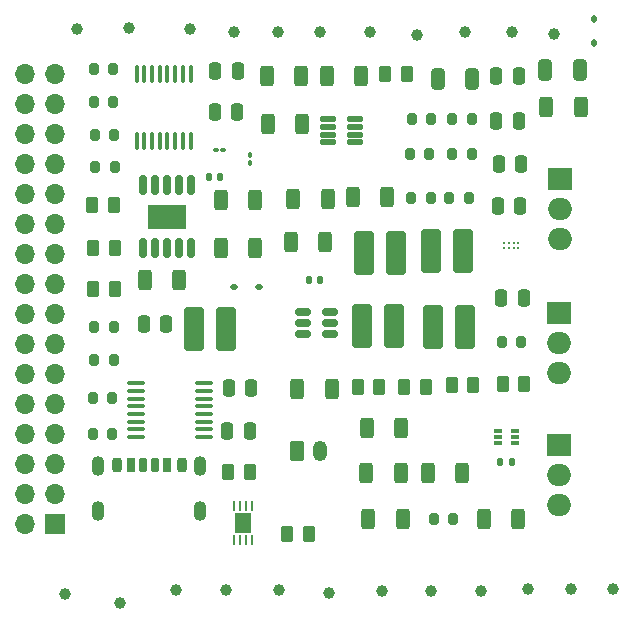
<source format=gbr>
%TF.GenerationSoftware,KiCad,Pcbnew,9.0.0*%
%TF.CreationDate,2025-03-28T14:53:48+02:00*%
%TF.ProjectId,MicroMousePower,4d696372-6f4d-46f7-9573-65506f776572,rev?*%
%TF.SameCoordinates,Original*%
%TF.FileFunction,Soldermask,Top*%
%TF.FilePolarity,Negative*%
%FSLAX46Y46*%
G04 Gerber Fmt 4.6, Leading zero omitted, Abs format (unit mm)*
G04 Created by KiCad (PCBNEW 9.0.0) date 2025-03-28 14:53:48*
%MOMM*%
%LPD*%
G01*
G04 APERTURE LIST*
G04 Aperture macros list*
%AMRoundRect*
0 Rectangle with rounded corners*
0 $1 Rounding radius*
0 $2 $3 $4 $5 $6 $7 $8 $9 X,Y pos of 4 corners*
0 Add a 4 corners polygon primitive as box body*
4,1,4,$2,$3,$4,$5,$6,$7,$8,$9,$2,$3,0*
0 Add four circle primitives for the rounded corners*
1,1,$1+$1,$2,$3*
1,1,$1+$1,$4,$5*
1,1,$1+$1,$6,$7*
1,1,$1+$1,$8,$9*
0 Add four rect primitives between the rounded corners*
20,1,$1+$1,$2,$3,$4,$5,0*
20,1,$1+$1,$4,$5,$6,$7,0*
20,1,$1+$1,$6,$7,$8,$9,0*
20,1,$1+$1,$8,$9,$2,$3,0*%
G04 Aperture macros list end*
%ADD10RoundRect,0.250000X-0.250000X-0.475000X0.250000X-0.475000X0.250000X0.475000X-0.250000X0.475000X0*%
%ADD11RoundRect,0.250000X-0.262500X-0.450000X0.262500X-0.450000X0.262500X0.450000X-0.262500X0.450000X0*%
%ADD12RoundRect,0.100000X-0.100000X0.637500X-0.100000X-0.637500X0.100000X-0.637500X0.100000X0.637500X0*%
%ADD13C,1.000000*%
%ADD14RoundRect,0.200000X-0.200000X-0.275000X0.200000X-0.275000X0.200000X0.275000X-0.200000X0.275000X0*%
%ADD15RoundRect,0.250000X-0.312500X-0.625000X0.312500X-0.625000X0.312500X0.625000X-0.312500X0.625000X0*%
%ADD16R,2.000000X1.905000*%
%ADD17O,2.000000X1.905000*%
%ADD18RoundRect,0.250000X-0.600000X-1.600000X0.600000X-1.600000X0.600000X1.600000X-0.600000X1.600000X0*%
%ADD19RoundRect,0.250000X0.250000X0.475000X-0.250000X0.475000X-0.250000X-0.475000X0.250000X-0.475000X0*%
%ADD20RoundRect,0.250000X0.312500X0.625000X-0.312500X0.625000X-0.312500X-0.625000X0.312500X-0.625000X0*%
%ADD21RoundRect,0.150000X-0.512500X-0.150000X0.512500X-0.150000X0.512500X0.150000X-0.512500X0.150000X0*%
%ADD22RoundRect,0.250000X-0.350000X-0.625000X0.350000X-0.625000X0.350000X0.625000X-0.350000X0.625000X0*%
%ADD23O,1.200000X1.750000*%
%ADD24C,0.300000*%
%ADD25RoundRect,0.112500X-0.112500X0.187500X-0.112500X-0.187500X0.112500X-0.187500X0.112500X0.187500X0*%
%ADD26RoundRect,0.062500X0.062500X-0.337500X0.062500X0.337500X-0.062500X0.337500X-0.062500X-0.337500X0*%
%ADD27R,1.400000X1.700000*%
%ADD28RoundRect,0.250000X-0.325000X-0.650000X0.325000X-0.650000X0.325000X0.650000X-0.325000X0.650000X0*%
%ADD29RoundRect,0.125000X-0.537500X-0.125000X0.537500X-0.125000X0.537500X0.125000X-0.537500X0.125000X0*%
%ADD30RoundRect,0.100000X-0.130000X-0.100000X0.130000X-0.100000X0.130000X0.100000X-0.130000X0.100000X0*%
%ADD31RoundRect,0.150000X0.150000X-0.687500X0.150000X0.687500X-0.150000X0.687500X-0.150000X-0.687500X0*%
%ADD32R,3.300000X2.100000*%
%ADD33RoundRect,0.140000X-0.140000X-0.170000X0.140000X-0.170000X0.140000X0.170000X-0.140000X0.170000X0*%
%ADD34RoundRect,0.112500X-0.187500X-0.112500X0.187500X-0.112500X0.187500X0.112500X-0.187500X0.112500X0*%
%ADD35RoundRect,0.250000X0.600000X1.600000X-0.600000X1.600000X-0.600000X-1.600000X0.600000X-1.600000X0*%
%ADD36RoundRect,0.100000X-0.100000X0.130000X-0.100000X-0.130000X0.100000X-0.130000X0.100000X0.130000X0*%
%ADD37RoundRect,0.087500X-0.250000X-0.087500X0.250000X-0.087500X0.250000X0.087500X-0.250000X0.087500X0*%
%ADD38RoundRect,0.175000X-0.175000X-0.425000X0.175000X-0.425000X0.175000X0.425000X-0.175000X0.425000X0*%
%ADD39RoundRect,0.190000X0.190000X0.410000X-0.190000X0.410000X-0.190000X-0.410000X0.190000X-0.410000X0*%
%ADD40RoundRect,0.200000X0.200000X0.400000X-0.200000X0.400000X-0.200000X-0.400000X0.200000X-0.400000X0*%
%ADD41RoundRect,0.175000X0.175000X0.425000X-0.175000X0.425000X-0.175000X-0.425000X0.175000X-0.425000X0*%
%ADD42RoundRect,0.190000X-0.190000X-0.410000X0.190000X-0.410000X0.190000X0.410000X-0.190000X0.410000X0*%
%ADD43RoundRect,0.200000X-0.200000X-0.400000X0.200000X-0.400000X0.200000X0.400000X-0.200000X0.400000X0*%
%ADD44O,1.100000X1.700000*%
%ADD45RoundRect,0.100000X-0.637500X-0.100000X0.637500X-0.100000X0.637500X0.100000X-0.637500X0.100000X0*%
%ADD46R,1.700000X1.700000*%
%ADD47O,1.700000X1.700000*%
G04 APERTURE END LIST*
D10*
%TO.C,C6*%
X166050000Y-74000000D03*
X167950000Y-74000000D03*
%TD*%
D11*
%TO.C,R15*%
X190425000Y-97000000D03*
X192250000Y-97000000D03*
%TD*%
D12*
%TO.C,U5*%
X164000000Y-70775000D03*
X163350000Y-70775000D03*
X162700000Y-70775000D03*
X162050000Y-70775000D03*
X161400000Y-70775000D03*
X160750000Y-70775000D03*
X160100000Y-70775000D03*
X159450000Y-70775000D03*
X159450000Y-76500000D03*
X160100000Y-76500000D03*
X160750000Y-76500000D03*
X161400000Y-76500000D03*
X162050000Y-76500000D03*
X162700000Y-76500000D03*
X163350000Y-76500000D03*
X164000000Y-76500000D03*
%TD*%
D13*
%TO.C,TP10*%
X153400000Y-114800000D03*
%TD*%
D14*
%TO.C,R40*%
X155856000Y-92237000D03*
X157506000Y-92237000D03*
%TD*%
D13*
%TO.C,TP2*%
X163950000Y-66950000D03*
%TD*%
D15*
%TO.C,R3*%
X172500000Y-85000000D03*
X175425000Y-85000000D03*
%TD*%
D13*
%TO.C,TP4*%
X192600000Y-114400000D03*
%TD*%
D11*
%TO.C,R16*%
X186107000Y-97127000D03*
X187932000Y-97127000D03*
%TD*%
D10*
%TO.C,C7*%
X166100000Y-70500000D03*
X168000000Y-70500000D03*
%TD*%
D15*
%TO.C,R27*%
X170537500Y-75000000D03*
X173462500Y-75000000D03*
%TD*%
D10*
%TO.C,C1*%
X190100000Y-78400000D03*
X192000000Y-78400000D03*
%TD*%
D16*
%TO.C,Q3*%
X195200000Y-91000000D03*
D17*
X195200000Y-93540000D03*
X195200000Y-96080000D03*
%TD*%
D14*
%TO.C,R12*%
X155856000Y-95031000D03*
X157506000Y-95031000D03*
%TD*%
%TO.C,R39*%
X155729000Y-98206000D03*
X157379000Y-98206000D03*
%TD*%
%TO.C,R21*%
X186150000Y-74600000D03*
X187800000Y-74600000D03*
%TD*%
D10*
%TO.C,C10*%
X189900000Y-71000000D03*
X191800000Y-71000000D03*
%TD*%
D15*
%TO.C,R36*%
X172675000Y-81400000D03*
X175600000Y-81400000D03*
%TD*%
D13*
%TO.C,TP17*%
X175750000Y-114750000D03*
%TD*%
%TO.C,TP19*%
X194800000Y-67400000D03*
%TD*%
D18*
%TO.C,L5*%
X184393000Y-85814000D03*
X187093000Y-85814000D03*
%TD*%
D19*
%TO.C,C13*%
X161950000Y-92000000D03*
X160050000Y-92000000D03*
%TD*%
D14*
%TO.C,R1*%
X182750000Y-74600000D03*
X184400000Y-74600000D03*
%TD*%
D20*
%TO.C,R37*%
X175962500Y-97500000D03*
X173037500Y-97500000D03*
%TD*%
D21*
%TO.C,U8*%
X173525000Y-90900000D03*
X173525000Y-91850000D03*
X173525000Y-92800000D03*
X175800000Y-92800000D03*
X175800000Y-91850000D03*
X175800000Y-90900000D03*
%TD*%
D15*
%TO.C,R9*%
X166575000Y-81424000D03*
X169500000Y-81424000D03*
%TD*%
D22*
%TO.C,J3*%
X173000000Y-102750000D03*
D23*
X175000000Y-102750000D03*
%TD*%
D14*
%TO.C,R33*%
X182675000Y-81250000D03*
X184325000Y-81250000D03*
%TD*%
D24*
%TO.C,U7*%
X190550000Y-85500000D03*
X190550000Y-85100000D03*
X190950000Y-85500000D03*
X190950000Y-85100000D03*
X191350000Y-85500000D03*
X191350000Y-85100000D03*
X191750000Y-85500000D03*
X191750000Y-85100000D03*
%TD*%
D15*
%TO.C,R20*%
X177737500Y-81200000D03*
X180662500Y-81200000D03*
%TD*%
D13*
%TO.C,TP7*%
X174950000Y-67200000D03*
%TD*%
D11*
%TO.C,R4*%
X180487500Y-70800000D03*
X182312500Y-70800000D03*
%TD*%
%TO.C,R34*%
X182093000Y-97250000D03*
X183918000Y-97250000D03*
%TD*%
D15*
%TO.C,R29*%
X175537500Y-71000000D03*
X178462500Y-71000000D03*
%TD*%
D13*
%TO.C,TP22*%
X162750000Y-114500000D03*
%TD*%
%TO.C,TP12*%
X180200000Y-114600000D03*
%TD*%
D10*
%TO.C,C4*%
X167100000Y-101000000D03*
X169000000Y-101000000D03*
%TD*%
D13*
%TO.C,TP1*%
X171450000Y-67200000D03*
%TD*%
%TO.C,TP9*%
X158000000Y-115600000D03*
%TD*%
%TO.C,TP13*%
X184400000Y-114600000D03*
%TD*%
%TO.C,TP11*%
X196200000Y-114400000D03*
%TD*%
D25*
%TO.C,D1*%
X198200000Y-66100000D03*
X198200000Y-68200000D03*
%TD*%
D16*
%TO.C,Q1*%
X195200000Y-102200000D03*
D17*
X195200000Y-104740000D03*
X195200000Y-107280000D03*
%TD*%
D15*
%TO.C,R19*%
X178937500Y-100800000D03*
X181862500Y-100800000D03*
%TD*%
D18*
%TO.C,L4*%
X178551000Y-92164000D03*
X181251000Y-92164000D03*
%TD*%
D11*
%TO.C,R6*%
X167175000Y-104500000D03*
X169000000Y-104500000D03*
%TD*%
D20*
%TO.C,R2*%
X197062500Y-73600000D03*
X194137500Y-73600000D03*
%TD*%
D26*
%TO.C,U2*%
X167700000Y-110275000D03*
X168200000Y-110275000D03*
X168700000Y-110275000D03*
X169200000Y-110275000D03*
X169200000Y-107375000D03*
X168700000Y-107375000D03*
X168200000Y-107375000D03*
X167700000Y-107375000D03*
D27*
X168450000Y-108825000D03*
%TD*%
D28*
%TO.C,C8*%
X184925000Y-71200000D03*
X187875000Y-71200000D03*
%TD*%
D15*
%TO.C,R18*%
X178875000Y-104600000D03*
X181800000Y-104600000D03*
%TD*%
D11*
%TO.C,R8*%
X155782000Y-85522000D03*
X157607000Y-85522000D03*
%TD*%
D14*
%TO.C,R14*%
X190350000Y-93500000D03*
X192000000Y-93500000D03*
%TD*%
D13*
%TO.C,TP6*%
X183200000Y-67450000D03*
%TD*%
D20*
%TO.C,R38*%
X187000000Y-104600000D03*
X184075000Y-104600000D03*
%TD*%
D29*
%TO.C,U1*%
X175662500Y-74625000D03*
X175662500Y-75275000D03*
X175662500Y-75925000D03*
X175662500Y-76575000D03*
X177937500Y-76575000D03*
X177937500Y-75925000D03*
X177937500Y-75275000D03*
X177937500Y-74625000D03*
%TD*%
D30*
%TO.C,R17*%
X166135000Y-77200000D03*
X166775000Y-77200000D03*
%TD*%
D14*
%TO.C,R43*%
X155811000Y-70404000D03*
X157461000Y-70404000D03*
%TD*%
D11*
%TO.C,R11*%
X155675000Y-81868000D03*
X157500000Y-81868000D03*
%TD*%
D14*
%TO.C,R30*%
X182575000Y-77600000D03*
X184225000Y-77600000D03*
%TD*%
D15*
%TO.C,R7*%
X166575000Y-85500000D03*
X169500000Y-85500000D03*
%TD*%
D31*
%TO.C,U3*%
X160000000Y-85500000D03*
X161000000Y-85500000D03*
X162000000Y-85500000D03*
X163000000Y-85500000D03*
X164000000Y-85500000D03*
X164000000Y-80225000D03*
X163000000Y-80225000D03*
X162000000Y-80225000D03*
X161000000Y-80225000D03*
X160000000Y-80225000D03*
D32*
X162000000Y-82862500D03*
%TD*%
D10*
%TO.C,C11*%
X189900000Y-74800000D03*
X191800000Y-74800000D03*
%TD*%
D13*
%TO.C,TP16*%
X187200000Y-67200000D03*
%TD*%
D15*
%TO.C,R28*%
X170457500Y-71000000D03*
X173382500Y-71000000D03*
%TD*%
D11*
%TO.C,R35*%
X178175000Y-97250000D03*
X180000000Y-97250000D03*
%TD*%
D10*
%TO.C,C5*%
X167250000Y-97400000D03*
X169150000Y-97400000D03*
%TD*%
D11*
%TO.C,R5*%
X172175000Y-109750000D03*
X174000000Y-109750000D03*
%TD*%
D14*
%TO.C,R42*%
X155874000Y-75992000D03*
X157524000Y-75992000D03*
%TD*%
D11*
%TO.C,R10*%
X155782000Y-89000000D03*
X157607000Y-89000000D03*
%TD*%
D13*
%TO.C,TP18*%
X167000000Y-114500000D03*
%TD*%
D33*
%TO.C,C3*%
X165540000Y-79500000D03*
X166500000Y-79500000D03*
%TD*%
D18*
%TO.C,L3*%
X178725000Y-85941000D03*
X181425000Y-85941000D03*
%TD*%
D33*
%TO.C,C14*%
X174022000Y-88228000D03*
X174982000Y-88228000D03*
%TD*%
D34*
%TO.C,D2*%
X167700000Y-88800000D03*
X169800000Y-88800000D03*
%TD*%
D16*
%TO.C,Q2*%
X195255000Y-79660000D03*
D17*
X195255000Y-82200000D03*
X195255000Y-84740000D03*
%TD*%
D13*
%TO.C,TP23*%
X158805000Y-66921000D03*
%TD*%
D35*
%TO.C,L1*%
X167000000Y-92400000D03*
X164300000Y-92400000D03*
%TD*%
D13*
%TO.C,TP3*%
X167700000Y-67200000D03*
%TD*%
D36*
%TO.C,R23*%
X169000000Y-77680000D03*
X169000000Y-78320000D03*
%TD*%
D13*
%TO.C,TP8*%
X179200000Y-67200000D03*
%TD*%
D37*
%TO.C,U6*%
X190075000Y-101000000D03*
X190075000Y-101500000D03*
X190075000Y-102000000D03*
X191500000Y-102000000D03*
X191500000Y-101500000D03*
X191500000Y-101000000D03*
%TD*%
D10*
%TO.C,C9*%
X190300000Y-89750000D03*
X192200000Y-89750000D03*
%TD*%
D15*
%TO.C,R24*%
X179050000Y-108500000D03*
X181975000Y-108500000D03*
%TD*%
D38*
%TO.C,J1*%
X160000000Y-103920000D03*
D39*
X162020000Y-103920000D03*
D40*
X163250000Y-103920000D03*
D41*
X161000000Y-103920000D03*
D42*
X158980000Y-103920000D03*
D43*
X157750000Y-103920000D03*
D44*
X156180000Y-104000000D03*
X156180000Y-107800000D03*
X164820000Y-104000000D03*
X164820000Y-107800000D03*
%TD*%
D14*
%TO.C,R31*%
X186175000Y-77600000D03*
X187825000Y-77600000D03*
%TD*%
%TO.C,R32*%
X185925000Y-81250000D03*
X187575000Y-81250000D03*
%TD*%
D10*
%TO.C,C12*%
X190038000Y-82000000D03*
X191938000Y-82000000D03*
%TD*%
D13*
%TO.C,TP21*%
X171500000Y-114500000D03*
%TD*%
D33*
%TO.C,C2*%
X190240000Y-103600000D03*
X191200000Y-103600000D03*
%TD*%
D14*
%TO.C,R41*%
X155729000Y-101254000D03*
X157379000Y-101254000D03*
%TD*%
D18*
%TO.C,L2*%
X184500000Y-92250000D03*
X187200000Y-92250000D03*
%TD*%
D20*
%TO.C,R22*%
X163062500Y-88200000D03*
X160137500Y-88200000D03*
%TD*%
D14*
%TO.C,R44*%
X155938000Y-78659000D03*
X157588000Y-78659000D03*
%TD*%
%TO.C,R25*%
X184577500Y-108500000D03*
X186227500Y-108500000D03*
%TD*%
D45*
%TO.C,U4*%
X159387500Y-96975000D03*
X159387500Y-97625000D03*
X159387500Y-98275000D03*
X159387500Y-98925000D03*
X159387500Y-99575000D03*
X159387500Y-100225000D03*
X159387500Y-100875000D03*
X159387500Y-101525000D03*
X165112500Y-101525000D03*
X165112500Y-100875000D03*
X165112500Y-100225000D03*
X165112500Y-99575000D03*
X165112500Y-98925000D03*
X165112500Y-98275000D03*
X165112500Y-97625000D03*
X165112500Y-96975000D03*
%TD*%
D13*
%TO.C,TP15*%
X188578000Y-114586500D03*
%TD*%
D15*
%TO.C,R26*%
X188825000Y-108500000D03*
X191750000Y-108500000D03*
%TD*%
D13*
%TO.C,TP20*%
X154400000Y-67000000D03*
%TD*%
%TO.C,TP14*%
X199800000Y-114400000D03*
%TD*%
D28*
%TO.C,C15*%
X194050000Y-70450000D03*
X197000000Y-70450000D03*
%TD*%
D13*
%TO.C,TP5*%
X191200000Y-67200000D03*
%TD*%
D46*
%TO.C,J2*%
X152540000Y-108860000D03*
D47*
X150000000Y-108860000D03*
X152540000Y-106320000D03*
X150000000Y-106320000D03*
X152540000Y-103780000D03*
X150000000Y-103780000D03*
X152540000Y-101240000D03*
X150000000Y-101240000D03*
X152540000Y-98700000D03*
X150000000Y-98700000D03*
X152540000Y-96160000D03*
X150000000Y-96160000D03*
X152540000Y-93620000D03*
X150000000Y-93620000D03*
X152540000Y-91080000D03*
X150000000Y-91080000D03*
X152540000Y-88540000D03*
X150000000Y-88540000D03*
X152540000Y-86000000D03*
X150000000Y-86000000D03*
X152540000Y-83460000D03*
X150000000Y-83460000D03*
X152540000Y-80920000D03*
X150000000Y-80920000D03*
X152540000Y-78380000D03*
X150000000Y-78380000D03*
X152540000Y-75840000D03*
X150000000Y-75840000D03*
X152540000Y-73300000D03*
X150000000Y-73300000D03*
X152540000Y-70760000D03*
X150000000Y-70760000D03*
%TD*%
D14*
%TO.C,R13*%
X155811000Y-73198000D03*
X157461000Y-73198000D03*
%TD*%
M02*

</source>
